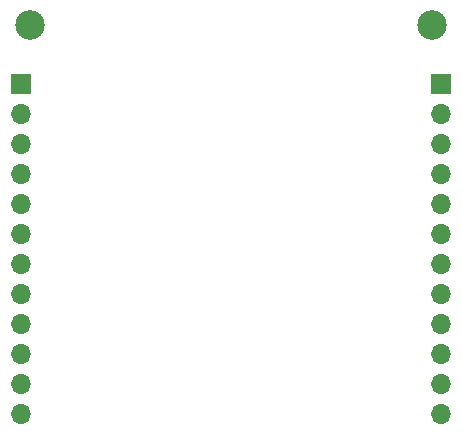
<source format=gbs>
%TF.GenerationSoftware,KiCad,Pcbnew,(6.0.0-0)*%
%TF.CreationDate,2022-11-28T12:23:12+01:00*%
%TF.ProjectId,wm8904_codec_breakout,776d3839-3034-45f6-936f-6465635f6272,rev?*%
%TF.SameCoordinates,Original*%
%TF.FileFunction,Soldermask,Bot*%
%TF.FilePolarity,Negative*%
%FSLAX46Y46*%
G04 Gerber Fmt 4.6, Leading zero omitted, Abs format (unit mm)*
G04 Created by KiCad (PCBNEW (6.0.0-0)) date 2022-11-28 12:23:12*
%MOMM*%
%LPD*%
G01*
G04 APERTURE LIST*
%ADD10R,1.700000X1.700000*%
%ADD11O,1.700000X1.700000*%
%ADD12C,2.500000*%
G04 APERTURE END LIST*
D10*
X132220000Y-67996000D03*
D11*
X132220000Y-70536000D03*
X132220000Y-73076000D03*
X132220000Y-75616000D03*
X132220000Y-78156000D03*
X132220000Y-80696000D03*
X132220000Y-83236000D03*
X132220000Y-85776000D03*
X132220000Y-88316000D03*
X132220000Y-90856000D03*
X132220000Y-93396000D03*
X132220000Y-95936000D03*
D12*
X167000000Y-63000000D03*
X133000000Y-63000000D03*
D10*
X167780000Y-67996000D03*
D11*
X167780000Y-70536000D03*
X167780000Y-73076000D03*
X167780000Y-75616000D03*
X167780000Y-78156000D03*
X167780000Y-80696000D03*
X167780000Y-83236000D03*
X167780000Y-85776000D03*
X167780000Y-88316000D03*
X167780000Y-90856000D03*
X167780000Y-93396000D03*
X167780000Y-95936000D03*
M02*

</source>
